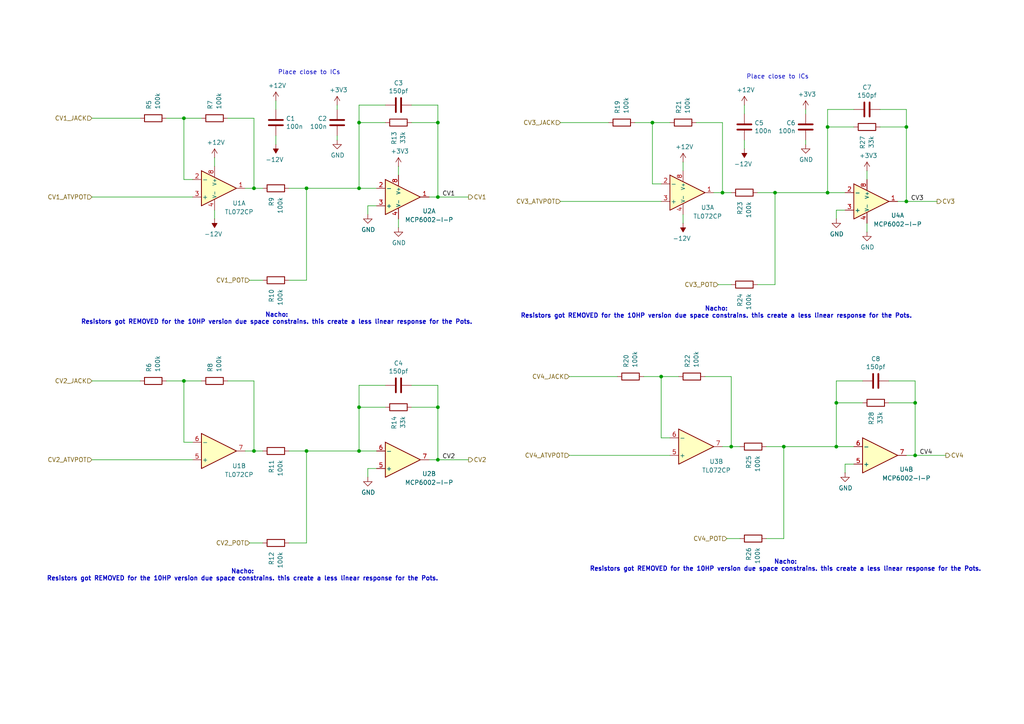
<source format=kicad_sch>
(kicad_sch (version 20231120) (generator "eeschema") (generator_version "8.0")
  (paper "A4")
  (title_block (title "Inputs") (date "2024-09-14") (rev "v0.1") (company "Sluisbrinkie"))
  (lib_symbols
    (symbol "Device:C" (pin_numbers hide) (pin_names (offset 0.254))
      (property "Reference" "C" (at 0.635 2.54 0))
      (property "Value" "C" (at 0.635 -2.54 0))
      (symbol "C_0_1"
        (polyline (pts (xy -2.032 -0.762) (xy 2.032 -0.762)) (stroke (width 0.508)))
        (polyline (pts (xy -2.032 0.762) (xy 2.032 0.762)) (stroke (width 0.508)))
      )
      (symbol "C_1_1"
        (pin passive line (at 0 3.81 270) (length 2.794) (name "~") (number "1"))
        (pin passive line (at 0 -3.81 90) (length 2.794) (name "~") (number "2"))
      )
    )
    (symbol "Device:R" (pin_numbers hide) (pin_names (offset 0))
      (property "Reference" "R" (at 2.032 0 90))
      (property "Value" "R" (at 0 0 90))
      (symbol "R_0_1"
        (rectangle (start -1.016 -2.54) (end 1.016 2.54) (stroke (width 0.254)))
      )
      (symbol "R_1_1"
        (pin passive line (at 0 3.81 270) (length 1.27) (name "~") (number "1"))
        (pin passive line (at 0 -3.81 90) (length 1.27) (name "~") (number "2"))
      )
    )
    (symbol "PCM_Amplifier_Operational_AKL:MCP6002-I-P" (pin_names (offset 0.2))
      (property "Reference" "U" (at 1.27 6.35 0))
      (property "Value" "MCP6002-I-P" (at 1.27 3.81 0))
      (symbol "MCP6002-I-P_0_1"
        (polyline (pts (xy -3.81 5.08) (xy -3.81 -5.08) (xy 6.35 0) (xy -3.81 5.08)) (stroke (width 0.254)) (fill (type background)))
      )
      (symbol "MCP6002-I-P_1_1"
        (pin output line (at 8.89 0 180) (length 2.54) (name "~") (number "1"))
        (pin input line (at -6.35 2.54 0) (length 2.54) (name "-") (number "2"))
        (pin input line (at -6.35 -2.54 0) (length 2.54) (name "+") (number "3"))
        (pin power_in line (at 0 -6.35 90) (length 3.18) (name "V-") (number "4"))
        (pin power_in line (at 0 6.35 270) (length 3.18) (name "V+") (number "8"))
      )
      (symbol "MCP6002-I-P_2_1"
        (pin input line (at -6.35 -2.54 0) (length 2.54) (name "+") (number "5"))
        (pin input line (at -6.35 2.54 0) (length 2.54) (name "-") (number "6"))
        (pin output line (at 8.89 0 180) (length 2.54) (name "~") (number "7"))
      )
    )
    (symbol "PCM_Amplifier_Operational_AKL:TL072CP" (pin_names (offset 0.2))
      (property "Reference" "U" (at 1.27 7.62 0))
      (property "Value" "TL072CP" (at 1.27 5.08 0))
      (symbol "TL072CP_0_1"
        (polyline (pts (xy -3.81 5.08) (xy -3.81 -5.08) (xy 6.35 0) (xy -3.81 5.08)) (stroke (width 0.254)) (fill (type background)))
      )
      (symbol "TL072CP_1_1"
        (pin output line (at 8.89 0 180) (length 2.54) (name "~") (number "1"))
        (pin input line (at -6.35 2.54 0) (length 2.54) (name "-") (number "2"))
        (pin input line (at -6.35 -2.54 0) (length 2.54) (name "+") (number "3"))
        (pin power_in line (at 0 -6.35 90) (length 3.18) (name "V-") (number "4"))
        (pin power_in line (at 0 6.35 270) (length 3.18) (name "V+") (number "8"))
      )
      (symbol "TL072CP_2_1"
        (pin input line (at -6.35 -2.54 0) (length 2.54) (name "+") (number "5"))
        (pin input line (at -6.35 2.54 0) (length 2.54) (name "-") (number "6"))
        (pin output line (at 8.89 0 180) (length 2.54) (name "~") (number "7"))
      )
    )
    (symbol "power:+12V" (power) (pin_numbers hide) (pin_names (offset 0) hide)
      (property "Value" "+12V" (at 0 3.556 0))
      (symbol "+12V_0_1"
        (polyline (pts (xy -0.762 1.27) (xy 0 2.54)))
        (polyline (pts (xy 0 0) (xy 0 2.54)))
        (polyline (pts (xy 0 2.54) (xy 0.762 1.27)))
      )
      (symbol "+12V_1_1"
        (pin power_in line (at 0 0 90) (length 0) (name "~") (number "1"))
      )
    )
    (symbol "power:+3V3" (power) (pin_numbers hide) (pin_names (offset 0) hide)
      (property "Value" "+3V3" (at 0 3.556 0))
      (symbol "+3V3_0_1"
        (polyline (pts (xy -0.762 1.27) (xy 0 2.54)))
        (polyline (pts (xy 0 0) (xy 0 2.54)))
        (polyline (pts (xy 0 2.54) (xy 0.762 1.27)))
      )
      (symbol "+3V3_1_1"
        (pin power_in line (at 0 0 90) (length 0) (name "~") (number "1"))
      )
    )
    (symbol "power:-12V" (power) (pin_numbers hide) (pin_names (offset 0) hide)
      (property "Value" "-12V" (at 0 3.556 0))
      (symbol "-12V_0_0"
        (pin power_in line (at 0 0 90) (length 0) (name "~") (number "1"))
      )
      (symbol "-12V_0_1"
        (polyline (pts (xy 0 0) (xy 0 1.27) (xy 0.762 1.27) (xy 0 2.54) (xy -0.762 1.27) (xy 0 1.27)) (fill (type outline)))
      )
    )
    (symbol "power:GND" (power) (pin_numbers hide) (pin_names (offset 0) hide)
      (property "Value" "GND" (at 0 -3.81 0))
      (symbol "GND_0_1"
        (polyline (pts (xy 0 0) (xy 0 -1.27) (xy 1.27 -1.27) (xy 0 -2.54) (xy -1.27 -1.27) (xy 0 -1.27)))
      )
      (symbol "GND_1_1"
        (pin power_in line (at 0 0 270) (length 0) (name "~") (number "1"))
      )
    )
  )
  (junction (at 265.43 132.08))
  (junction (at 127 35.56))
  (junction (at 88.9 54.61))
  (junction (at 191.77 109.22))
  (junction (at 73.66 54.61))
  (junction (at 127 57.15))
  (junction (at 242.57 116.84))
  (junction (at 53.34 110.49))
  (junction (at 189.23 35.56))
  (junction (at 240.03 36.83))
  (junction (at 104.14 35.56))
  (junction (at 127 118.11))
  (junction (at 127 133.35))
  (junction (at 209.55 55.88))
  (junction (at 242.57 129.54))
  (junction (at 224.79 55.88))
  (junction (at 262.89 58.42))
  (junction (at 262.89 36.83))
  (junction (at 212.09 129.54))
  (junction (at 88.9 130.81))
  (junction (at 265.43 116.84))
  (junction (at 104.14 118.11))
  (junction (at 73.66 130.81))
  (junction (at 53.34 34.29))
  (junction (at 240.03 55.88))
  (junction (at 104.14 54.61))
  (junction (at 227.33 129.54))
  (junction (at 104.14 130.81))
  (wire (pts (xy 251.46 64.77) (xy 251.46 67.31)))
  (wire (pts (xy 104.14 35.56) (xy 104.14 54.61)))
  (wire (pts (xy 119.38 111.76) (xy 127 111.76)))
  (wire (pts (xy 104.14 54.61) (xy 109.22 54.61)))
  (wire (pts (xy 260.35 58.42) (xy 262.89 58.42)))
  (wire (pts (xy 209.55 129.54) (xy 212.09 129.54)))
  (wire (pts (xy 250.19 110.49) (xy 242.57 110.49)))
  (wire (pts (xy 53.34 34.29) (xy 58.42 34.29)))
  (wire (pts (xy 53.34 52.07) (xy 53.34 34.29)))
  (wire (pts (xy 104.14 30.48) (xy 104.14 35.56)))
  (wire (pts (xy 66.04 34.29) (xy 73.66 34.29)))
  (wire (pts (xy 251.46 49.53) (xy 251.46 52.07)))
  (wire (pts (xy 257.81 110.49) (xy 265.43 110.49)))
  (wire (pts (xy 245.11 134.62) (xy 247.65 134.62)))
  (wire (pts (xy 71.12 130.81) (xy 73.66 130.81)))
  (wire (pts (xy 242.57 60.96) (xy 245.11 60.96)))
  (wire (pts (xy 233.68 33.02) (xy 233.68 31.75)))
  (wire (pts (xy 233.68 40.64) (xy 233.68 41.91)))
  (wire (pts (xy 165.1 132.08) (xy 194.31 132.08)))
  (wire (pts (xy 265.43 116.84) (xy 265.43 132.08)))
  (wire (pts (xy 204.47 109.22) (xy 212.09 109.22)))
  (wire (pts (xy 83.82 81.28) (xy 88.9 81.28)))
  (wire (pts (xy 201.93 35.56) (xy 209.55 35.56)))
  (wire (pts (xy 115.57 48.26) (xy 115.57 50.8)))
  (wire (pts (xy 88.9 130.81) (xy 104.14 130.81)))
  (wire (pts (xy 127 57.15) (xy 135.89 57.15)))
  (wire (pts (xy 55.88 128.27) (xy 53.34 128.27)))
  (wire (pts (xy 242.57 110.49) (xy 242.57 116.84)))
  (wire (pts (xy 262.89 36.83) (xy 262.89 58.42)))
  (wire (pts (xy 186.69 109.22) (xy 191.77 109.22)))
  (wire (pts (xy 26.67 34.29) (xy 40.64 34.29)))
  (wire (pts (xy 127 35.56) (xy 127 30.48)))
  (wire (pts (xy 198.12 46.99) (xy 198.12 49.53)))
  (wire (pts (xy 106.68 138.43) (xy 106.68 135.89)))
  (wire (pts (xy 80.01 39.37) (xy 80.01 41.91)))
  (wire (pts (xy 215.9 30.48) (xy 215.9 33.02)))
  (wire (pts (xy 62.23 60.96) (xy 62.23 63.5)))
  (wire (pts (xy 224.79 55.88) (xy 240.03 55.88)))
  (wire (pts (xy 71.12 54.61) (xy 73.66 54.61)))
  (wire (pts (xy 227.33 129.54) (xy 242.57 129.54)))
  (wire (pts (xy 165.1 109.22) (xy 179.07 109.22)))
  (wire (pts (xy 88.9 81.28) (xy 88.9 54.61)))
  (wire (pts (xy 106.68 62.23) (xy 106.68 59.69)))
  (wire (pts (xy 80.01 29.21) (xy 80.01 31.75)))
  (wire (pts (xy 224.79 82.55) (xy 224.79 55.88)))
  (wire (pts (xy 191.77 127) (xy 191.77 109.22)))
  (wire (pts (xy 219.71 82.55) (xy 224.79 82.55)))
  (wire (pts (xy 242.57 63.5) (xy 242.57 60.96)))
  (wire (pts (xy 124.46 133.35) (xy 127 133.35)))
  (wire (pts (xy 62.23 45.72) (xy 62.23 48.26)))
  (wire (pts (xy 207.01 55.88) (xy 209.55 55.88)))
  (wire (pts (xy 55.88 52.07) (xy 53.34 52.07)))
  (wire (pts (xy 88.9 54.61) (xy 104.14 54.61)))
  (wire (pts (xy 111.76 30.48) (xy 104.14 30.48)))
  (wire (pts (xy 97.79 31.75) (xy 97.79 30.48)))
  (wire (pts (xy 104.14 118.11) (xy 104.14 130.81)))
  (wire (pts (xy 247.65 31.75) (xy 240.03 31.75)))
  (wire (pts (xy 106.68 59.69) (xy 109.22 59.69)))
  (wire (pts (xy 115.57 63.5) (xy 115.57 66.04)))
  (wire (pts (xy 255.27 31.75) (xy 262.89 31.75)))
  (wire (pts (xy 72.39 81.28) (xy 76.2 81.28)))
  (wire (pts (xy 240.03 36.83) (xy 240.03 55.88)))
  (wire (pts (xy 194.31 127) (xy 191.77 127)))
  (wire (pts (xy 209.55 55.88) (xy 209.55 35.56)))
  (wire (pts (xy 210.82 156.21) (xy 214.63 156.21)))
  (wire (pts (xy 222.25 129.54) (xy 227.33 129.54)))
  (wire (pts (xy 191.77 53.34) (xy 189.23 53.34)))
  (wire (pts (xy 73.66 130.81) (xy 76.2 130.81)))
  (wire (pts (xy 104.14 111.76) (xy 104.14 118.11)))
  (wire (pts (xy 48.26 110.49) (xy 53.34 110.49)))
  (wire (pts (xy 127 35.56) (xy 127 57.15)))
  (wire (pts (xy 26.67 133.35) (xy 55.88 133.35)))
  (wire (pts (xy 53.34 110.49) (xy 58.42 110.49)))
  (wire (pts (xy 104.14 130.81) (xy 109.22 130.81)))
  (wire (pts (xy 240.03 55.88) (xy 245.11 55.88)))
  (wire (pts (xy 262.89 36.83) (xy 255.27 36.83)))
  (wire (pts (xy 162.56 58.42) (xy 191.77 58.42)))
  (wire (pts (xy 191.77 109.22) (xy 196.85 109.22)))
  (wire (pts (xy 184.15 35.56) (xy 189.23 35.56)))
  (wire (pts (xy 83.82 157.48) (xy 88.9 157.48)))
  (wire (pts (xy 66.04 110.49) (xy 73.66 110.49)))
  (wire (pts (xy 127 35.56) (xy 119.38 35.56)))
  (wire (pts (xy 198.12 62.23) (xy 198.12 64.77)))
  (wire (pts (xy 26.67 110.49) (xy 40.64 110.49)))
  (wire (pts (xy 83.82 54.61) (xy 88.9 54.61)))
  (wire (pts (xy 245.11 137.16) (xy 245.11 134.62)))
  (wire (pts (xy 208.28 82.55) (xy 212.09 82.55)))
  (wire (pts (xy 242.57 116.84) (xy 242.57 129.54)))
  (wire (pts (xy 73.66 130.81) (xy 73.66 110.49)))
  (wire (pts (xy 53.34 128.27) (xy 53.34 110.49)))
  (wire (pts (xy 162.56 35.56) (xy 176.53 35.56)))
  (wire (pts (xy 219.71 55.88) (xy 224.79 55.88)))
  (wire (pts (xy 262.89 36.83) (xy 262.89 31.75)))
  (wire (pts (xy 262.89 132.08) (xy 265.43 132.08)))
  (wire (pts (xy 227.33 156.21) (xy 227.33 129.54)))
  (wire (pts (xy 48.26 34.29) (xy 53.34 34.29)))
  (wire (pts (xy 83.82 130.81) (xy 88.9 130.81)))
  (wire (pts (xy 88.9 157.48) (xy 88.9 130.81)))
  (wire (pts (xy 127 133.35) (xy 135.89 133.35)))
  (wire (pts (xy 73.66 54.61) (xy 76.2 54.61)))
  (wire (pts (xy 127 118.11) (xy 127 111.76)))
  (wire (pts (xy 73.66 54.61) (xy 73.66 34.29)))
  (wire (pts (xy 265.43 132.08) (xy 274.32 132.08)))
  (wire (pts (xy 111.76 118.11) (xy 104.14 118.11)))
  (wire (pts (xy 127 118.11) (xy 119.38 118.11)))
  (wire (pts (xy 124.46 57.15) (xy 127 57.15)))
  (wire (pts (xy 262.89 58.42) (xy 271.78 58.42)))
  (wire (pts (xy 212.09 129.54) (xy 212.09 109.22)))
  (wire (pts (xy 265.43 116.84) (xy 265.43 110.49)))
  (wire (pts (xy 247.65 36.83) (xy 240.03 36.83)))
  (wire (pts (xy 26.67 57.15) (xy 55.88 57.15)))
  (wire (pts (xy 212.09 129.54) (xy 214.63 129.54)))
  (wire (pts (xy 240.03 31.75) (xy 240.03 36.83)))
  (wire (pts (xy 106.68 135.89) (xy 109.22 135.89)))
  (wire (pts (xy 215.9 40.64) (xy 215.9 43.18)))
  (wire (pts (xy 72.39 157.48) (xy 76.2 157.48)))
  (wire (pts (xy 265.43 116.84) (xy 257.81 116.84)))
  (wire (pts (xy 209.55 55.88) (xy 212.09 55.88)))
  (wire (pts (xy 189.23 35.56) (xy 194.31 35.56)))
  (wire (pts (xy 111.76 111.76) (xy 104.14 111.76)))
  (wire (pts (xy 97.79 39.37) (xy 97.79 40.64)))
  (wire (pts (xy 127 118.11) (xy 127 133.35)))
  (wire (pts (xy 250.19 116.84) (xy 242.57 116.84)))
  (wire (pts (xy 242.57 129.54) (xy 247.65 129.54)))
  (wire (pts (xy 119.38 30.48) (xy 127 30.48)))
  (wire (pts (xy 189.23 53.34) (xy 189.23 35.56)))
  (wire (pts (xy 111.76 35.56) (xy 104.14 35.56)))
  (wire (pts (xy 222.25 156.21) (xy 227.33 156.21)))
  (text "Nacho:\nResistors got REMOVED for the 10HP version due space constrains. this create a less linear response for the Pots." (at 80.264 92.456 0) (effects (font (size 1.27 1.27) (thickness 0.254) (bold yes))))
  (text "Place close to ICs\n" (at 89.662 21.082 0) (effects (font (size 1.27 1.27))))
  (text "Nacho:\nResistors got REMOVED for the 10HP version due space constrains. this create a less linear response for the Pots." (at 207.772 90.678 0) (effects (font (size 1.27 1.27) (thickness 0.254) (bold yes))))
  (text "Nacho:\nResistors got REMOVED for the 10HP version due space constrains. this create a less linear response for the Pots." (at 227.838 164.084 0) (effects (font (size 1.27 1.27) (thickness 0.254) (bold yes))))
  (text "Place close to ICs\n" (at 225.552 22.352 0) (effects (font (size 1.27 1.27))))
  (text "Nacho:\nResistors got REMOVED for the 10HP version due space constrains. this create a less linear response for the Pots." (at 70.358 166.878 0) (effects (font (size 1.27 1.27) (thickness 0.254) (bold yes))))
  (label "CV3" (at 264.16 58.42 0))
  (label "CV4" (at 266.7 132.08 0))
  (label "CV1" (at 128.27 57.15 0))
  (label "CV2" (at 128.27 133.35 0))
  (hierarchical_label "CV1_POT" (shape input) (at 72.39 81.28 180))
  (hierarchical_label "CV2_JACK" (shape input) (at 26.67 110.49 180))
  (hierarchical_label "CV3_ATVPOT" (shape input) (at 162.56 58.42 180))
  (hierarchical_label "CV4" (shape output) (at 274.32 132.08 0))
  (hierarchical_label "CV1_ATVPOT" (shape input) (at 26.67 57.15 180))
  (hierarchical_label "CV4_ATVPOT" (shape input) (at 165.1 132.08 180))
  (hierarchical_label "CV2_POT" (shape input) (at 72.39 157.48 180))
  (hierarchical_label "CV3" (shape output) (at 271.78 58.42 0))
  (hierarchical_label "CV3_POT" (shape input) (at 208.28 82.55 180))
  (hierarchical_label "CV3_JACK" (shape input) (at 162.56 35.56 180))
  (hierarchical_label "CV1" (shape output) (at 135.89 57.15 0))
  (hierarchical_label "CV2_ATVPOT" (shape input) (at 26.67 133.35 180))
  (hierarchical_label "CV1_JACK" (shape input) (at 26.67 34.29 180))
  (hierarchical_label "CV4_JACK" (shape input) (at 165.1 109.22 180))
  (hierarchical_label "CV2" (shape output) (at 135.89 133.35 0))
  (hierarchical_label "CV4_POT" (shape input) (at 210.82 156.21 180))
  (symbol (lib_id "power:+3V3") (at 251.46 49.53 0) (unit 1)
    (property "Reference" "#PWR047" (effects (hide yes)))
    (property "Value" "+3V3" (at 251.841 45.1358 0))
  )
  (symbol (lib_id "power:+12V") (at 62.23 45.72 0) (unit 1)
    (property "Reference" "#PWR027" (effects (hide yes)))
    (property "Value" "+12V" (at 62.611 41.3258 0))
  )
  (symbol (lib_id "power:+3V3") (at 233.68 31.75 0) (unit 1)
    (property "Reference" "#PWR043" (effects (hide yes)))
    (property "Value" "+3V3" (at 234.061 27.3558 0))
  )
  (symbol (lib_id "PCM_Amplifier_Operational_AKL:TL072CP") (at 200.66 129.54 0) (unit 2)
    (property "Reference" "U3" (at 207.772 133.858 0))
    (property "Value" "TL072CP" (at 207.772 136.398 0))
    (property "Footprint" "Package_DIP:CERDIP-8_W7.62mm_SideBrazed_LongPads_Socket" (effects (hide yes)))
    (property "Datasheet" "https://www.ti.com/lit/ds/symlink/tl072h.pdf?ts=1635057479364" (effects (hide yes)))
    (property "Description" "DIP-8 Dual JFET Low Noise Operational Amplifier, 10mV Offset, 8nV/√Hz Noise, 1MHz GBW, Alternate KiCAD Library" (effects (hide yes)))
  )
  (symbol (lib_id "PCM_Amplifier_Operational_AKL:TL072CP") (at 62.23 130.81 0) (unit 2)
    (property "Reference" "U1" (at 69.342 135.128 0))
    (property "Value" "TL072CP" (at 69.342 137.668 0))
    (property "Footprint" "Package_DIP:CERDIP-8_W7.62mm_SideBrazed_LongPads_Socket" (effects (hide yes)))
    (property "Datasheet" "https://www.ti.com/lit/ds/symlink/tl072h.pdf?ts=1635057479364" (effects (hide yes)))
    (property "Description" "DIP-8 Dual JFET Low Noise Operational Amplifier, 10mV Offset, 8nV/√Hz Noise, 1MHz GBW, Alternate KiCAD Library" (effects (hide yes)))
  )
  (symbol (lib_id "Device:R") (at 198.12 35.56 90) (unit 1)
    (property "Reference" "R21" (at 196.8499 33.02 0) (effects (justify left)))
    (property "Value" "100k" (at 199.3899 33.02 0) (effects (justify left)))
    (property "Footprint" "Resistor_THT:R_Axial_DIN0207_L6.3mm_D2.5mm_P7.62mm_Horizontal" (effects (hide yes)))
    (property "Description" "Resistor" (effects (hide yes)))
  )
  (symbol (lib_id "power:+12V") (at 198.12 46.99 0) (unit 1)
    (property "Reference" "#PWR039" (effects (hide yes)))
    (property "Value" "+12V" (at 198.501 42.5958 0))
  )
  (symbol (lib_id "Device:R") (at 182.88 109.22 90) (unit 1)
    (property "Reference" "R20" (at 181.6099 106.68 0) (effects (justify left)))
    (property "Value" "100k" (at 184.1499 106.68 0) (effects (justify left)))
    (property "Footprint" "Resistor_THT:R_Axial_DIN0207_L6.3mm_D2.5mm_P7.62mm_Horizontal" (effects (hide yes)))
    (property "Description" "Resistor" (effects (hide yes)))
  )
  (symbol (lib_id "PCM_Amplifier_Operational_AKL:TL072CP") (at 198.12 55.88 0) (unit 1)
    (property "Reference" "U3" (at 205.232 60.198 0))
    (property "Value" "TL072CP" (at 205.232 62.738 0))
    (property "Footprint" "Package_DIP:CERDIP-8_W7.62mm_SideBrazed_LongPads_Socket" (effects (hide yes)))
    (property "Datasheet" "https://www.ti.com/lit/ds/symlink/tl072h.pdf?ts=1635057479364" (effects (hide yes)))
    (property "Description" "DIP-8 Dual JFET Low Noise Operational Amplifier, 10mV Offset, 8nV/√Hz Noise, 1MHz GBW, Alternate KiCAD Library" (effects (hide yes)))
  )
  (symbol (lib_id "Device:R") (at 62.23 34.29 90) (unit 1)
    (property "Reference" "R7" (at 60.9599 31.75 0) (effects (justify left)))
    (property "Value" "100k" (at 63.4999 31.75 0) (effects (justify left)))
    (property "Footprint" "Resistor_THT:R_Axial_DIN0207_L6.3mm_D2.5mm_P7.62mm_Horizontal" (effects (hide yes)))
    (property "Description" "Resistor" (effects (hide yes)))
  )
  (symbol (lib_id "power:GND") (at 251.46 67.31 0) (unit 1)
    (property "Reference" "#PWR048" (effects (hide yes)))
    (property "Value" "GND" (at 251.587 71.7042 0))
  )
  (symbol (lib_id "power:+3V3") (at 97.79 30.48 0) (unit 1)
    (property "Reference" "#PWR031" (effects (hide yes)))
    (property "Value" "+3V3" (at 98.171 26.0858 0))
  )
  (symbol (lib_id "power:GND") (at 106.68 138.43 0) (unit 1)
    (property "Reference" "#PWR034" (effects (hide yes)))
    (property "Value" "GND" (at 106.807 142.8242 0))
  )
  (symbol (lib_id "power:-12V") (at 62.23 63.5 180) (unit 1)
    (property "Reference" "#PWR028" (effects (hide yes)))
    (property "Value" "-12V" (at 61.849 67.8942 0))
  )
  (symbol (lib_id "Device:C") (at 254 110.49 90) (unit 1)
    (property "Reference" "C8" (at 254 104.0892 90))
    (property "Value" "150pf" (at 254 106.4006 90))
    (property "Footprint" "Capacitor_THT:C_Disc_D3.4mm_W2.1mm_P2.50mm" (effects (hide yes)))
  )
  (symbol (lib_id "Device:R") (at 115.57 35.56 90) (mirror x) (unit 1)
    (property "Reference" "R13" (at 114.2999 38.1 0) (effects (justify left)))
    (property "Value" "33k" (at 116.8399 38.1 0) (effects (justify left)))
    (property "Footprint" "Resistor_THT:R_Axial_DIN0207_L6.3mm_D2.5mm_P7.62mm_Horizontal" (effects (hide yes)))
    (property "Description" "Resistor" (effects (hide yes)))
  )
  (symbol (lib_id "Device:R") (at 62.23 110.49 90) (unit 1)
    (property "Reference" "R8" (at 60.9599 107.95 0) (effects (justify left)))
    (property "Value" "100k" (at 63.4999 107.95 0) (effects (justify left)))
    (property "Footprint" "Resistor_THT:R_Axial_DIN0207_L6.3mm_D2.5mm_P7.62mm_Horizontal" (effects (hide yes)))
    (property "Description" "Resistor" (effects (hide yes)))
  )
  (symbol (lib_id "power:GND") (at 97.79 40.64 0) (unit 1)
    (property "Reference" "#PWR032" (effects (hide yes)))
    (property "Value" "GND" (at 97.917 45.0342 0))
  )
  (symbol (lib_id "PCM_Amplifier_Operational_AKL:MCP6002-I-P") (at 115.57 57.15 0) (unit 1)
    (property "Reference" "U2" (at 124.46 61.214 0))
    (property "Value" "MCP6002-I-P" (at 124.46 63.754 0))
    (property "Footprint" "Package_DIP:CERDIP-8_W7.62mm_SideBrazed_LongPads_Socket" (effects (hide yes)))
    (property "Datasheet" "https://www.tme.eu/Document/c98656c49a036767b89c9bb93e3dda4a/mcp6001_2_4.pdf" (effects (hide yes)))
    (property "Description" "DIP-8 Dual CMOS RRIO Operational Amplifier, 4.5mV Offset, 2μV/°C Drift, 1MHz GBW, Alternate KiCAD Library" (effects (hide yes)))
  )
  (symbol (lib_id "power:+12V") (at 215.9 30.48 0) (unit 1)
    (property "Reference" "#PWR041" (effects (hide yes)))
    (property "Value" "+12V" (at 216.281 26.0858 0))
  )
  (symbol (lib_id "Device:R") (at 200.66 109.22 90) (unit 1)
    (property "Reference" "R22" (at 199.3899 106.68 0) (effects (justify left)))
    (property "Value" "100k" (at 201.9299 106.68 0) (effects (justify left)))
    (property "Footprint" "Resistor_THT:R_Axial_DIN0207_L6.3mm_D2.5mm_P7.62mm_Horizontal" (effects (hide yes)))
    (property "Description" "Resistor" (effects (hide yes)))
  )
  (symbol (lib_id "Device:R") (at 80.01 130.81 90) (mirror x) (unit 1)
    (property "Reference" "R11" (at 78.7399 133.35 0) (effects (justify left)))
    (property "Value" "100k" (at 81.2799 133.35 0) (effects (justify left)))
    (property "Footprint" "Resistor_THT:R_Axial_DIN0207_L6.3mm_D2.5mm_P7.62mm_Horizontal" (effects (hide yes)))
    (property "Description" "Resistor" (effects (hide yes)))
  )
  (symbol (lib_id "Device:R") (at 80.01 157.48 90) (mirror x) (unit 1)
    (property "Reference" "R12" (at 78.7399 160.02 0) (effects (justify left)))
    (property "Value" "100k" (at 81.2799 160.02 0) (effects (justify left)))
    (property "Footprint" "Resistor_THT:R_Axial_DIN0207_L6.3mm_D2.5mm_P7.62mm_Horizontal" (effects (hide yes)))
    (property "Description" "Resistor" (effects (hide yes)))
  )
  (symbol (lib_id "Device:C") (at 80.01 35.56 0) (unit 1)
    (property "Reference" "C1" (at 82.931 34.3916 0) (effects (justify left)))
    (property "Value" "100n" (at 82.931 36.703 0) (effects (justify left)))
    (property "Footprint" "Capacitor_THT:C_Rect_L10.0mm_W4.0mm_P7.50mm_MKS4" (effects (hide yes)))
  )
  (symbol (lib_id "Device:R") (at 254 116.84 90) (mirror x) (unit 1)
    (property "Reference" "R28" (at 252.7299 119.38 0) (effects (justify left)))
    (property "Value" "33k" (at 255.2699 119.38 0) (effects (justify left)))
    (property "Footprint" "Resistor_THT:R_Axial_DIN0207_L6.3mm_D2.5mm_P7.62mm_Horizontal" (effects (hide yes)))
    (property "Description" "Resistor" (effects (hide yes)))
  )
  (symbol (lib_id "Device:R") (at 115.57 118.11 90) (mirror x) (unit 1)
    (property "Reference" "R14" (at 114.2999 120.65 0) (effects (justify left)))
    (property "Value" "33k" (at 116.8399 120.65 0) (effects (justify left)))
    (property "Footprint" "Resistor_THT:R_Axial_DIN0207_L6.3mm_D2.5mm_P7.62mm_Horizontal" (effects (hide yes)))
    (property "Description" "Resistor" (effects (hide yes)))
  )
  (symbol (lib_id "power:-12V") (at 215.9 43.18 180) (unit 1)
    (property "Reference" "#PWR042" (effects (hide yes)))
    (property "Value" "-12V" (at 215.519 47.5742 0))
  )
  (symbol (lib_id "power:-12V") (at 80.01 41.91 180) (unit 1)
    (property "Reference" "#PWR030" (effects (hide yes)))
    (property "Value" "-12V" (at 79.629 46.3042 0))
  )
  (symbol (lib_id "power:GND") (at 115.57 66.04 0) (unit 1)
    (property "Reference" "#PWR036" (effects (hide yes)))
    (property "Value" "GND" (at 115.697 70.4342 0))
  )
  (symbol (lib_id "Device:R") (at 218.44 129.54 90) (mirror x) (unit 1)
    (property "Reference" "R25" (at 217.1699 132.08 0) (effects (justify left)))
    (property "Value" "100k" (at 219.7099 132.08 0) (effects (justify left)))
    (property "Footprint" "Resistor_THT:R_Axial_DIN0207_L6.3mm_D2.5mm_P7.62mm_Horizontal" (effects (hide yes)))
    (property "Description" "Resistor" (effects (hide yes)))
  )
  (symbol (lib_id "power:-12V") (at 198.12 64.77 180) (unit 1)
    (property "Reference" "#PWR040" (effects (hide yes)))
    (property "Value" "-12V" (at 197.739 69.1642 0))
  )
  (symbol (lib_id "Device:R") (at 80.01 54.61 90) (mirror x) (unit 1)
    (property "Reference" "R9" (at 78.7399 57.15 0) (effects (justify left)))
    (property "Value" "100k" (at 81.2799 57.15 0) (effects (justify left)))
    (property "Footprint" "Resistor_THT:R_Axial_DIN0207_L6.3mm_D2.5mm_P7.62mm_Horizontal" (effects (hide yes)))
    (property "Description" "Resistor" (effects (hide yes)))
  )
  (symbol (lib_id "Device:R") (at 44.45 34.29 90) (unit 1)
    (property "Reference" "R5" (at 43.1799 31.75 0) (effects (justify left)))
    (property "Value" "100k" (at 45.7199 31.75 0) (effects (justify left)))
    (property "Footprint" "Resistor_THT:R_Axial_DIN0207_L6.3mm_D2.5mm_P7.62mm_Horizontal" (effects (hide yes)))
    (property "Description" "Resistor" (effects (hide yes)))
  )
  (symbol (lib_id "Device:R") (at 251.46 36.83 90) (mirror x) (unit 1)
    (property "Reference" "R27" (at 250.1899 39.37 0) (effects (justify left)))
    (property "Value" "33k" (at 252.7299 39.37 0) (effects (justify left)))
    (property "Footprint" "Resistor_THT:R_Axial_DIN0207_L6.3mm_D2.5mm_P7.62mm_Horizontal" (effects (hide yes)))
    (property "Description" "Resistor" (effects (hide yes)))
  )
  (symbol (lib_id "Device:R") (at 44.45 110.49 90) (unit 1)
    (property "Reference" "R6" (at 43.1799 107.95 0) (effects (justify left)))
    (property "Value" "100k" (at 45.7199 107.95 0) (effects (justify left)))
    (property "Footprint" "Resistor_THT:R_Axial_DIN0207_L6.3mm_D2.5mm_P7.62mm_Horizontal" (effects (hide yes)))
    (property "Description" "Resistor" (effects (hide yes)))
  )
  (symbol (lib_id "Device:C") (at 233.68 36.83 0) (mirror y) (unit 1)
    (property "Reference" "C6" (at 230.759 35.6616 0) (effects (justify left)))
    (property "Value" "100n" (at 230.759 37.973 0) (effects (justify left)))
    (property "Footprint" "Capacitor_THT:C_Rect_L10.0mm_W4.0mm_P7.50mm_MKS4" (effects (hide yes)))
  )
  (symbol (lib_id "power:GND") (at 233.68 41.91 0) (unit 1)
    (property "Reference" "#PWR044" (effects (hide yes)))
    (property "Value" "GND" (at 233.807 46.3042 0))
  )
  (symbol (lib_id "PCM_Amplifier_Operational_AKL:TL072CP") (at 62.23 54.61 0) (unit 1)
    (property "Reference" "U1" (at 69.342 58.928 0))
    (property "Value" "TL072CP" (at 69.342 61.468 0))
    (property "Footprint" "Package_DIP:CERDIP-8_W7.62mm_SideBrazed_LongPads_Socket" (effects (hide yes)))
    (property "Datasheet" "https://www.ti.com/lit/ds/symlink/tl072h.pdf?ts=1635057479364" (effects (hide yes)))
    (property "Description" "DIP-8 Dual JFET Low Noise Operational Amplifier, 10mV Offset, 8nV/√Hz Noise, 1MHz GBW, Alternate KiCAD Library" (effects (hide yes)))
  )
  (symbol (lib_id "Device:C") (at 115.57 30.48 90) (unit 1)
    (property "Reference" "C3" (at 115.57 24.0792 90))
    (property "Value" "150pf" (at 115.57 26.3906 90))
    (property "Footprint" "Capacitor_THT:C_Disc_D3.4mm_W2.1mm_P2.50mm" (effects (hide yes)))
  )
  (symbol (lib_id "Device:R") (at 215.9 82.55 90) (mirror x) (unit 1)
    (property "Reference" "R24" (at 214.6299 85.09 0) (effects (justify left)))
    (property "Value" "100k" (at 217.1699 85.09 0) (effects (justify left)))
    (property "Footprint" "Resistor_THT:R_Axial_DIN0207_L6.3mm_D2.5mm_P7.62mm_Horizontal" (effects (hide yes)))
    (property "Description" "Resistor" (effects (hide yes)))
  )
  (symbol (lib_id "Device:R") (at 180.34 35.56 90) (unit 1)
    (property "Reference" "R19" (at 179.0699 33.02 0) (effects (justify left)))
    (property "Value" "100k" (at 181.6099 33.02 0) (effects (justify left)))
    (property "Footprint" "Resistor_THT:R_Axial_DIN0207_L6.3mm_D2.5mm_P7.62mm_Horizontal" (effects (hide yes)))
    (property "Description" "Resistor" (effects (hide yes)))
  )
  (symbol (lib_id "power:+3V3") (at 115.57 48.26 0) (unit 1)
    (property "Reference" "#PWR035" (effects (hide yes)))
    (property "Value" "+3V3" (at 115.951 43.8658 0))
  )
  (symbol (lib_id "Device:R") (at 218.44 156.21 90) (mirror x) (unit 1)
    (property "Reference" "R26" (at 217.1699 158.75 0) (effects (justify left)))
    (property "Value" "100k" (at 219.7099 158.75 0) (effects (justify left)))
    (property "Footprint" "Resistor_THT:R_Axial_DIN0207_L6.3mm_D2.5mm_P7.62mm_Horizontal" (effects (hide yes)))
    (property "Description" "Resistor" (effects (hide yes)))
  )
  (symbol (lib_id "Device:C") (at 215.9 36.83 0) (unit 1)
    (property "Reference" "C5" (at 218.821 35.6616 0) (effects (justify left)))
    (property "Value" "100n" (at 218.821 37.973 0) (effects (justify left)))
    (property "Footprint" "Capacitor_THT:C_Rect_L10.0mm_W4.0mm_P7.50mm_MKS4" (effects (hide yes)))
  )
  (symbol (lib_id "power:+12V") (at 80.01 29.21 0) (unit 1)
    (property "Reference" "#PWR029" (effects (hide yes)))
    (property "Value" "+12V" (at 80.391 24.8158 0))
  )
  (symbol (lib_id "PCM_Amplifier_Operational_AKL:MCP6002-I-P") (at 251.46 58.42 0) (unit 1)
    (property "Reference" "U4" (at 260.35 62.484 0))
    (property "Value" "MCP6002-I-P" (at 260.35 65.024 0))
    (property "Footprint" "Package_DIP:CERDIP-8_W7.62mm_SideBrazed_LongPads_Socket" (effects (hide yes)))
    (property "Datasheet" "https://www.tme.eu/Document/c98656c49a036767b89c9bb93e3dda4a/mcp6001_2_4.pdf" (effects (hide yes)))
    (property "Description" "DIP-8 Dual CMOS RRIO Operational Amplifier, 4.5mV Offset, 2μV/°C Drift, 1MHz GBW, Alternate KiCAD Library" (effects (hide yes)))
  )
  (symbol (lib_id "Device:C") (at 97.79 35.56 0) (mirror y) (unit 1)
    (property "Reference" "C2" (at 94.869 34.3916 0) (effects (justify left)))
    (property "Value" "100n" (at 94.869 36.703 0) (effects (justify left)))
    (property "Footprint" "Capacitor_THT:C_Rect_L10.0mm_W4.0mm_P7.50mm_MKS4" (effects (hide yes)))
  )
  (symbol (lib_id "PCM_Amplifier_Operational_AKL:MCP6002-I-P") (at 115.57 133.35 0) (unit 2)
    (property "Reference" "U2" (at 124.46 137.414 0))
    (property "Value" "MCP6002-I-P" (at 124.46 139.954 0))
    (property "Footprint" "Package_DIP:CERDIP-8_W7.62mm_SideBrazed_LongPads_Socket" (effects (hide yes)))
    (property "Datasheet" "https://www.tme.eu/Document/c98656c49a036767b89c9bb93e3dda4a/mcp6001_2_4.pdf" (effects (hide yes)))
    (property "Description" "DIP-8 Dual CMOS RRIO Operational Amplifier, 4.5mV Offset, 2μV/°C Drift, 1MHz GBW, Alternate KiCAD Library" (effects (hide yes)))
  )
  (symbol (lib_id "Device:C") (at 251.46 31.75 90) (unit 1)
    (property "Reference" "C7" (at 251.46 25.3492 90))
    (property "Value" "150pf" (at 251.46 27.6606 90))
    (property "Footprint" "Capacitor_THT:C_Disc_D3.4mm_W2.1mm_P2.50mm" (effects (hide yes)))
  )
  (symbol (lib_id "power:GND") (at 106.68 62.23 0) (unit 1)
    (property "Reference" "#PWR033" (effects (hide yes)))
    (property "Value" "GND" (at 106.807 66.6242 0))
  )
  (symbol (lib_id "Device:R") (at 215.9 55.88 90) (mirror x) (unit 1)
    (property "Reference" "R23" (at 214.6299 58.42 0) (effects (justify left)))
    (property "Value" "100k" (at 217.1699 58.42 0) (effects (justify left)))
    (property "Footprint" "Resistor_THT:R_Axial_DIN0207_L6.3mm_D2.5mm_P7.62mm_Horizontal" (effects (hide yes)))
    (property "Description" "Resistor" (effects (hide yes)))
  )
  (symbol (lib_id "Device:C") (at 115.57 111.76 90) (unit 1)
    (property "Reference" "C4" (at 115.57 105.3592 90))
    (property "Value" "150pf" (at 115.57 107.6706 90))
    (property "Footprint" "Capacitor_THT:C_Disc_D3.4mm_W2.1mm_P2.50mm" (effects (hide yes)))
  )
  (symbol (lib_id "PCM_Amplifier_Operational_AKL:MCP6002-I-P") (at 254 132.08 0) (unit 2)
    (property "Reference" "U4" (at 262.89 136.144 0))
    (property "Value" "MCP6002-I-P" (at 262.89 138.684 0))
    (property "Footprint" "Package_DIP:CERDIP-8_W7.62mm_SideBrazed_LongPads_Socket" (effects (hide yes)))
    (property "Datasheet" "https://www.tme.eu/Document/c98656c49a036767b89c9bb93e3dda4a/mcp6001_2_4.pdf" (effects (hide yes)))
    (property "Description" "DIP-8 Dual CMOS RRIO Operational Amplifier, 4.5mV Offset, 2μV/°C Drift, 1MHz GBW, Alternate KiCAD Library" (effects (hide yes)))
  )
  (symbol (lib_id "power:GND") (at 242.57 63.5 0) (unit 1)
    (property "Reference" "#PWR045" (effects (hide yes)))
    (property "Value" "GND" (at 242.697 67.8942 0))
  )
  (symbol (lib_id "Device:R") (at 80.01 81.28 90) (mirror x) (unit 1)
    (property "Reference" "R10" (at 78.7399 83.82 0) (effects (justify left)))
    (property "Value" "100k" (at 81.2799 83.82 0) (effects (justify left)))
    (property "Footprint" "Resistor_THT:R_Axial_DIN0207_L6.3mm_D2.5mm_P7.62mm_Horizontal" (effects (hide yes)))
    (property "Description" "Resistor" (effects (hide yes)))
  )
  (symbol (lib_id "power:GND") (at 245.11 137.16 0) (unit 1)
    (property "Reference" "#PWR046" (effects (hide yes)))
    (property "Value" "GND" (at 245.237 141.5542 0))
  )
)
</source>
